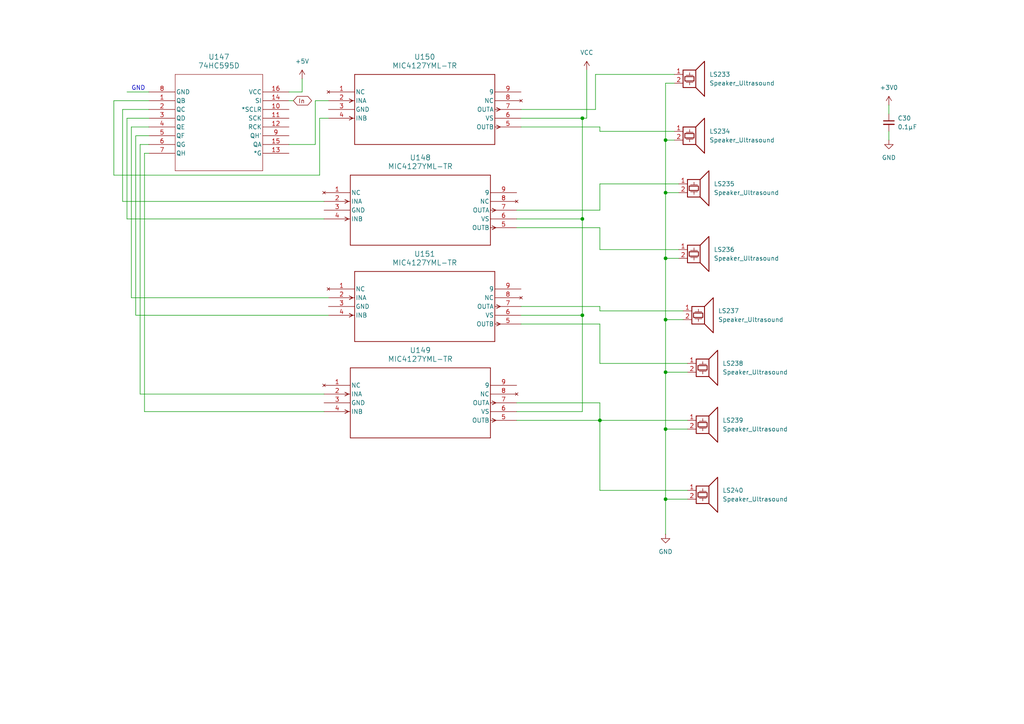
<source format=kicad_sch>
(kicad_sch (version 20250114) (generator "eeschema") (generator_version "9.0")
  (paper "A4")
  (lib_symbols
    (symbol "2025-12-28_09-02-17:MIC4127YML-TR" (pin_names (offset 0.254))
      (property "Reference" "U" (at 27.94 10.16 0))
      (property "Value" "MIC4127YML-TR" (at 27.94 7.62 0))
      (symbol "MIC4127YML-TR_0_1"
        (polyline (pts (xy 7.0993 -2.54) (xy 6.0579 -2.0193)) (stroke (width 0.2032)))
        (polyline (pts (xy 7.0993 -2.54) (xy 6.0579 -3.0607)) (stroke (width 0.2032)))
        (polyline (pts (xy 7.0993 -7.62) (xy 6.0579 -7.0993)) (stroke (width 0.2032)))
        (polyline (pts (xy 7.0993 -7.62) (xy 6.0579 -8.1407)) (stroke (width 0.2032)))
        (polyline (pts (xy 7.62 5.08) (xy 7.62 -15.24)) (stroke (width 0.2032)))
        (polyline (pts (xy 7.62 -15.24) (xy 48.26 -15.24)) (stroke (width 0.2032)))
        (polyline (pts (xy 48.26 5.08) (xy 7.62 5.08)) (stroke (width 0.2032)))
        (polyline (pts (xy 48.26 -15.24) (xy 48.26 5.08)) (stroke (width 0.2032)))
        (polyline (pts (xy 48.7807 -4.5593) (xy 49.8221 -5.08)) (stroke (width 0.2032)))
        (polyline (pts (xy 48.7807 -5.6007) (xy 49.8221 -5.08)) (stroke (width 0.2032)))
        (polyline (pts (xy 48.7807 -9.6393) (xy 49.8221 -10.16)) (stroke (width 0.2032)))
        (polyline (pts (xy 48.7807 -10.6807) (xy 49.8221 -10.16)) (stroke (width 0.2032)))
        (pin no_connect line (at 0 0 0) (length 7.62) (name "NC") (number "1"))
        (pin input line (at 0 -2.54 0) (length 7.62) (name "INA") (number "2"))
        (pin power_in line (at 0 -5.08 0) (length 7.62) (name "GND") (number "3"))
        (pin input line (at 0 -7.62 0) (length 7.62) (name "INB") (number "4"))
        (pin unspecified line (at 55.88 0 180) (length 7.62) (name "9") (number "9"))
        (pin no_connect line (at 55.88 -2.54 180) (length 7.62) (name "NC") (number "8"))
        (pin output line (at 55.88 -5.08 180) (length 7.62) (name "OUTA") (number "7"))
        (pin power_in line (at 55.88 -7.62 180) (length 7.62) (name "VS") (number "6"))
        (pin output line (at 55.88 -10.16 180) (length 7.62) (name "OUTB") (number "5"))
      )
    )
    (symbol "2025-12-28_09-22-42:74HC595D" (pin_names (offset 0.254))
      (property "Reference" "U" (at 20.32 10.16 0))
      (property "Value" "74HC595D" (at 20.32 7.62 0))
      (symbol "74HC595D_0_1"
        (polyline (pts (xy 7.62 5.08) (xy 7.62 -22.86)) (stroke (width 0.127)))
        (polyline (pts (xy 7.62 -22.86) (xy 33.02 -22.86)) (stroke (width 0.127)))
        (polyline (pts (xy 33.02 5.08) (xy 7.62 5.08)) (stroke (width 0.127)))
        (polyline (pts (xy 33.02 -22.86) (xy 33.02 5.08)) (stroke (width 0.127)))
        (pin power_out line (at 0 0 0) (length 7.62) (name "GND") (number "8"))
        (pin output line (at 0 -2.54 0) (length 7.62) (name "QB") (number "1"))
        (pin output line (at 0 -5.08 0) (length 7.62) (name "QC") (number "2"))
        (pin output line (at 0 -7.62 0) (length 7.62) (name "QD") (number "3"))
        (pin output line (at 0 -10.16 0) (length 7.62) (name "QE") (number "4"))
        (pin output line (at 0 -12.7 0) (length 7.62) (name "QF") (number "5"))
        (pin output line (at 0 -15.24 0) (length 7.62) (name "QG") (number "6"))
        (pin output line (at 0 -17.78 0) (length 7.62) (name "QH") (number "7"))
        (pin power_in line (at 40.64 0 180) (length 7.62) (name "VCC") (number "16"))
        (pin input line (at 40.64 -2.54 180) (length 7.62) (name "SI") (number "14"))
        (pin input line (at 40.64 -5.08 180) (length 7.62) (name "*SCLR") (number "10"))
        (pin input line (at 40.64 -7.62 180) (length 7.62) (name "SCK") (number "11"))
        (pin input line (at 40.64 -10.16 180) (length 7.62) (name "RCK") (number "12"))
        (pin output line (at 40.64 -12.7 180) (length 7.62) (name "QH'") (number "9"))
        (pin output line (at 40.64 -15.24 180) (length 7.62) (name "QA") (number "15"))
        (pin input line (at 40.64 -17.78 180) (length 7.62) (name "*G") (number "13"))
      )
    )
    (symbol "Device:C_Small" (pin_numbers (hide yes)) (pin_names (offset 0.254) (hide yes))
      (property "Reference" "C" (at 0.254 1.778 0))
      (property "Value" "C_Small" (at 0.254 -2.032 0))
      (symbol "C_Small_0_1"
        (polyline (pts (xy -1.524 0.508) (xy 1.524 0.508)) (stroke (width 0.3048)))
        (polyline (pts (xy -1.524 -0.508) (xy 1.524 -0.508)) (stroke (width 0.3302)))
      )
      (symbol "C_Small_1_1"
        (pin passive line (at 0 2.54 270) (length 2.032) (name "~") (number "1"))
        (pin passive line (at 0 -2.54 90) (length 2.032) (name "~") (number "2"))
      )
    )
    (symbol "Device:Speaker_Ultrasound" (pin_names (offset 0) (hide yes))
      (property "Reference" "LS" (at 0.635 5.715 0))
      (property "Value" "Speaker_Ultrasound" (at 0.635 3.81 0))
      (symbol "Speaker_Ultrasound_0_0"
        (rectangle (start -2.54 1.27) (end 1.143 -3.81) (stroke (width 0.254)))
        (rectangle (start -2.032 -0.635) (end 0.635 -1.905) (stroke (width 0.254)))
        (polyline (pts (xy -1.651 -0.254) (xy 0.381 -0.254)))
        (polyline (pts (xy -1.651 -2.286) (xy 0.381 -2.286)))
        (polyline (pts (xy -0.635 -0.254) (xy -0.635 0.508)))
        (polyline (pts (xy -0.635 -2.286) (xy -0.635 -3.048)))
        (polyline (pts (xy 1.143 1.27) (xy 3.683 3.81) (xy 3.683 -6.35) (xy 1.143 -3.81)) (stroke (width 0.254)))
      )
      (symbol "Speaker_Ultrasound_1_1"
        (pin input line (at -5.08 0 0) (length 2.54) (name "1") (number "1"))
        (pin input line (at -5.08 -2.54 0) (length 2.54) (name "2") (number "2"))
      )
    )
    (symbol "power:+3V0" (power) (pin_numbers (hide yes)) (pin_names (offset 0) (hide yes))
      (property "Value" "+3V0" (at 0 3.556 0))
      (symbol "+3V0_0_1"
        (polyline (pts (xy -0.762 1.27) (xy 0 2.54)))
        (polyline (pts (xy 0 2.54) (xy 0.762 1.27)))
        (polyline (pts (xy 0 0) (xy 0 2.54)))
      )
      (symbol "+3V0_1_1"
        (pin power_in line (at 0 0 90) (length 0) (name "~") (number "1"))
      )
    )
    (symbol "power:+5V" (power) (pin_numbers (hide yes)) (pin_names (offset 0) (hide yes))
      (property "Value" "+5V" (at 0 3.556 0))
      (symbol "+5V_0_1"
        (polyline (pts (xy -0.762 1.27) (xy 0 2.54)))
        (polyline (pts (xy 0 2.54) (xy 0.762 1.27)))
        (polyline (pts (xy 0 0) (xy 0 2.54)))
      )
      (symbol "+5V_1_1"
        (pin power_in line (at 0 0 90) (length 0) (name "~") (number "1"))
      )
    )
    (symbol "power:GND" (power) (pin_numbers (hide yes)) (pin_names (offset 0) (hide yes))
      (property "Value" "GND" (at 0 -3.81 0))
      (symbol "GND_0_1"
        (polyline (pts (xy 0 0) (xy 0 -1.27) (xy 1.27 -1.27) (xy 0 -2.54) (xy -1.27 -1.27) (xy 0 -1.27)))
      )
      (symbol "GND_1_1"
        (pin power_in line (at 0 0 270) (length 0) (name "~") (number "1"))
      )
    )
    (symbol "power:VCC" (power) (pin_numbers (hide yes)) (pin_names (offset 0) (hide yes))
      (property "Value" "VCC" (at 0 3.556 0))
      (symbol "VCC_0_1"
        (polyline (pts (xy -0.762 1.27) (xy 0 2.54)))
        (polyline (pts (xy 0 2.54) (xy 0.762 1.27)))
        (polyline (pts (xy 0 0) (xy 0 2.54)))
      )
      (symbol "VCC_1_1"
        (pin power_in line (at 0 0 90) (length 0) (name "~") (number "1"))
      )
    )
  )
  (text "GND" (at 40.132 25.654 0) (effects (font (size 1.27 1.27))))
  (junction (at 173.99 121.92))
  (junction (at 193.04 40.64))
  (junction (at 193.04 107.95))
  (junction (at 193.04 74.93))
  (junction (at 168.91 63.5))
  (junction (at 193.04 144.78))
  (junction (at 168.91 91.44))
  (junction (at 193.04 124.46))
  (junction (at 168.91 34.29))
  (junction (at 193.04 92.71))
  (junction (at 193.04 55.88))
  (wire (pts (xy 149.86 116.84) (xy 173.99 116.84)))
  (wire (pts (xy 170.18 20.32) (xy 170.18 34.29)))
  (wire (pts (xy 193.04 107.95) (xy 193.04 124.46)))
  (wire (pts (xy 83.82 41.91) (xy 91.44 41.91)))
  (wire (pts (xy 193.04 144.78) (xy 193.04 154.94)))
  (wire (pts (xy 173.99 38.1) (xy 195.58 38.1)))
  (wire (pts (xy 91.44 29.21) (xy 95.25 29.21)))
  (wire (pts (xy 36.83 26.67) (xy 43.18 26.67)))
  (wire (pts (xy 151.13 36.83) (xy 173.99 36.83)))
  (wire (pts (xy 173.99 60.96) (xy 173.99 53.34)))
  (wire (pts (xy 151.13 93.98) (xy 173.99 93.98)))
  (wire (pts (xy 193.04 74.93) (xy 193.04 92.71)))
  (wire (pts (xy 33.02 29.21) (xy 33.02 50.8)))
  (wire (pts (xy 38.1 86.36) (xy 95.25 86.36)))
  (wire (pts (xy 173.99 90.17) (xy 198.12 90.17)))
  (wire (pts (xy 168.91 34.29) (xy 168.91 63.5)))
  (wire (pts (xy 199.39 144.78) (xy 193.04 144.78)))
  (wire (pts (xy 193.04 40.64) (xy 195.58 40.64)))
  (wire (pts (xy 92.71 50.8) (xy 92.71 34.29)))
  (wire (pts (xy 173.99 66.04) (xy 173.99 72.39)))
  (wire (pts (xy 39.37 91.44) (xy 95.25 91.44)))
  (wire (pts (xy 43.18 39.37) (xy 39.37 39.37)))
  (wire (pts (xy 151.13 88.9) (xy 173.99 88.9)))
  (wire (pts (xy 87.63 22.86) (xy 87.63 26.67)))
  (wire (pts (xy 83.82 29.21) (xy 85.09 29.21)))
  (wire (pts (xy 149.86 60.96) (xy 173.99 60.96)))
  (wire (pts (xy 257.81 30.48) (xy 257.81 33.02)))
  (wire (pts (xy 40.64 114.3) (xy 93.98 114.3)))
  (wire (pts (xy 172.72 31.75) (xy 172.72 21.59)))
  (wire (pts (xy 83.82 26.67) (xy 87.63 26.67)))
  (wire (pts (xy 41.91 119.38) (xy 93.98 119.38)))
  (wire (pts (xy 193.04 24.13) (xy 193.04 40.64)))
  (wire (pts (xy 43.18 29.21) (xy 33.02 29.21)))
  (wire (pts (xy 193.04 92.71) (xy 193.04 107.95)))
  (wire (pts (xy 36.83 34.29) (xy 36.83 63.5)))
  (wire (pts (xy 173.99 121.92) (xy 173.99 142.24)))
  (wire (pts (xy 173.99 116.84) (xy 173.99 121.92)))
  (wire (pts (xy 173.99 105.41) (xy 199.39 105.41)))
  (wire (pts (xy 149.86 119.38) (xy 168.91 119.38)))
  (wire (pts (xy 92.71 34.29) (xy 95.25 34.29)))
  (wire (pts (xy 193.04 74.93) (xy 196.85 74.93)))
  (wire (pts (xy 168.91 63.5) (xy 168.91 91.44)))
  (wire (pts (xy 173.99 93.98) (xy 173.99 105.41)))
  (wire (pts (xy 173.99 72.39) (xy 196.85 72.39)))
  (wire (pts (xy 41.91 44.45) (xy 41.91 119.38)))
  (wire (pts (xy 151.13 31.75) (xy 172.72 31.75)))
  (wire (pts (xy 149.86 63.5) (xy 168.91 63.5)))
  (wire (pts (xy 193.04 55.88) (xy 193.04 74.93)))
  (wire (pts (xy 38.1 36.83) (xy 38.1 86.36)))
  (wire (pts (xy 43.18 41.91) (xy 40.64 41.91)))
  (wire (pts (xy 43.18 36.83) (xy 38.1 36.83)))
  (wire (pts (xy 39.37 39.37) (xy 39.37 91.44)))
  (wire (pts (xy 172.72 21.59) (xy 195.58 21.59)))
  (wire (pts (xy 151.13 91.44) (xy 168.91 91.44)))
  (wire (pts (xy 257.81 38.1) (xy 257.81 40.64)))
  (wire (pts (xy 36.83 63.5) (xy 93.98 63.5)))
  (wire (pts (xy 168.91 34.29) (xy 170.18 34.29)))
  (wire (pts (xy 193.04 92.71) (xy 198.12 92.71)))
  (wire (pts (xy 173.99 53.34) (xy 196.85 53.34)))
  (wire (pts (xy 193.04 124.46) (xy 199.39 124.46)))
  (wire (pts (xy 173.99 142.24) (xy 199.39 142.24)))
  (wire (pts (xy 149.86 121.92) (xy 173.99 121.92)))
  (wire (pts (xy 43.18 34.29) (xy 36.83 34.29)))
  (wire (pts (xy 193.04 107.95) (xy 199.39 107.95)))
  (wire (pts (xy 43.18 44.45) (xy 41.91 44.45)))
  (wire (pts (xy 35.56 31.75) (xy 35.56 58.42)))
  (wire (pts (xy 151.13 34.29) (xy 168.91 34.29)))
  (wire (pts (xy 91.44 41.91) (xy 91.44 29.21)))
  (wire (pts (xy 193.04 40.64) (xy 193.04 55.88)))
  (wire (pts (xy 195.58 24.13) (xy 193.04 24.13)))
  (wire (pts (xy 193.04 55.88) (xy 196.85 55.88)))
  (wire (pts (xy 173.99 88.9) (xy 173.99 90.17)))
  (wire (pts (xy 173.99 121.92) (xy 199.39 121.92)))
  (wire (pts (xy 149.86 66.04) (xy 173.99 66.04)))
  (wire (pts (xy 35.56 58.42) (xy 93.98 58.42)))
  (wire (pts (xy 173.99 36.83) (xy 173.99 38.1)))
  (wire (pts (xy 33.02 50.8) (xy 92.71 50.8)))
  (wire (pts (xy 43.18 31.75) (xy 35.56 31.75)))
  (wire (pts (xy 193.04 124.46) (xy 193.04 144.78)))
  (wire (pts (xy 40.64 41.91) (xy 40.64 114.3)))
  (wire (pts (xy 168.91 91.44) (xy 168.91 119.38)))
  (global_label "In" (shape bidirectional) (at 85.09 29.21 0) (property "Intersheetrefs" "${INTERSHEET_REFS}" (effects (hide yes))))
  (symbol (lib_id "Device:Speaker_Ultrasound") (at 204.47 121.92 0) (unit 1)
    (property "Reference" "LS239" (at 209.55 121.9199 0) (effects (justify left)))
    (property "Value" "Speaker_Ultrasound" (at 209.55 124.4599 0) (effects (justify left)))
    (property "Description" "Ultrasonic transducer" (effects (hide yes)))
  )
  (symbol (lib_id "Device:Speaker_Ultrasound") (at 201.93 53.34 0) (unit 1)
    (property "Reference" "LS235" (at 207.01 53.3399 0) (effects (justify left)))
    (property "Value" "Speaker_Ultrasound" (at 207.01 55.8799 0) (effects (justify left)))
    (property "Description" "Ultrasonic transducer" (effects (hide yes)))
  )
  (symbol (lib_id "Device:Speaker_Ultrasound") (at 204.47 142.24 0) (unit 1)
    (property "Reference" "LS240" (at 209.55 142.2399 0) (effects (justify left)))
    (property "Value" "Speaker_Ultrasound" (at 209.55 144.7799 0) (effects (justify left)))
    (property "Description" "Ultrasonic transducer" (effects (hide yes)))
  )
  (symbol (lib_id "Device:Speaker_Ultrasound") (at 200.66 21.59 0) (unit 1)
    (property "Reference" "LS233" (at 205.74 21.5899 0) (effects (justify left)))
    (property "Value" "Speaker_Ultrasound" (at 205.74 24.1299 0) (effects (justify left)))
    (property "Description" "Ultrasonic transducer" (effects (hide yes)))
  )
  (symbol (lib_id "2025-12-28_09-02-17:MIC4127YML-TR") (at 93.98 111.76 0) (unit 1)
    (property "Reference" "U149" (at 121.92 101.6 0) (effects (font (size 1.524 1.524))))
    (property "Value" "MIC4127YML-TR" (at 121.92 104.14 0) (effects (font (size 1.524 1.524))))
    (property "Footprint" "MLF-8_ML_MCH" (effects (hide yes)))
    (property "Datasheet" "MIC4127YML-TR" (effects (hide yes)))
  )
  (symbol (lib_id "Device:Speaker_Ultrasound") (at 204.47 105.41 0) (unit 1)
    (property "Reference" "LS238" (at 209.55 105.4099 0) (effects (justify left)))
    (property "Value" "Speaker_Ultrasound" (at 209.55 107.9499 0) (effects (justify left)))
    (property "Description" "Ultrasonic transducer" (effects (hide yes)))
  )
  (symbol (lib_id "2025-12-28_09-22-42:74HC595D") (at 43.18 26.67 0) (unit 1)
    (property "Reference" "U147" (at 63.5 16.51 0) (effects (font (size 1.524 1.524))))
    (property "Value" "74HC595D" (at 63.5 19.05 0) (effects (font (size 1.524 1.524))))
    (property "Footprint" "SOIC16_TOS" (effects (hide yes)))
    (property "Datasheet" "https://toshiba.semicon-storage.com/info/docget.jsp?did=36768&prodName=74HC595D" (effects (hide yes)))
  )
  (symbol (lib_id "power:+3V0") (at 257.81 30.48 0) (unit 1)
    (property "Reference" "#PWR0149" (effects (hide yes)))
    (property "Value" "+3V0" (at 257.81 25.4 0))
    (property "Description" "Power symbol creates a global label with name \"+3V0\"" (effects (hide yes)))
  )
  (symbol (lib_id "Device:Speaker_Ultrasound") (at 203.2 90.17 0) (unit 1)
    (property "Reference" "LS237" (at 208.28 90.1699 0) (effects (justify left)))
    (property "Value" "Speaker_Ultrasound" (at 208.28 92.7099 0) (effects (justify left)))
    (property "Description" "Ultrasonic transducer" (effects (hide yes)))
  )
  (symbol (lib_id "2025-12-28_09-02-17:MIC4127YML-TR") (at 93.98 55.88 0) (unit 1)
    (property "Reference" "U148" (at 121.92 45.72 0) (effects (font (size 1.524 1.524))))
    (property "Value" "MIC4127YML-TR" (at 121.92 48.26 0) (effects (font (size 1.524 1.524))))
    (property "Footprint" "MLF-8_ML_MCH" (effects (hide yes)))
    (property "Datasheet" "MIC4127YML-TR" (effects (hide yes)))
  )
  (symbol (lib_id "power:VCC") (at 170.18 20.32 0) (unit 1)
    (property "Reference" "#PWR0147" (effects (hide yes)))
    (property "Value" "VCC" (at 170.18 15.24 0))
    (property "Description" "Power symbol creates a global label with name \"VCC\"" (effects (hide yes)))
  )
  (symbol (lib_id "power:GND") (at 193.04 154.94 0) (unit 1)
    (property "Reference" "#PWR0148" (effects (hide yes)))
    (property "Value" "GND" (at 193.04 160.02 0))
    (property "Description" "Power symbol creates a global label with name \"GND\" , ground" (effects (hide yes)))
  )
  (symbol (lib_id "power:+5V") (at 87.63 22.86 0) (unit 1)
    (property "Reference" "#PWR0146" (effects (hide yes)))
    (property "Value" "+5V" (at 87.63 17.78 0))
    (property "Description" "Power symbol creates a global label with name \"+5V\"" (effects (hide yes)))
  )
  (symbol (lib_id "2025-12-28_09-02-17:MIC4127YML-TR") (at 95.25 83.82 0) (unit 1)
    (property "Reference" "U151" (at 123.19 73.66 0) (effects (font (size 1.524 1.524))))
    (property "Value" "MIC4127YML-TR" (at 123.19 76.2 0) (effects (font (size 1.524 1.524))))
    (property "Footprint" "MLF-8_ML_MCH" (effects (hide yes)))
    (property "Datasheet" "MIC4127YML-TR" (effects (hide yes)))
  )
  (symbol (lib_id "power:GND") (at 257.81 40.64 0) (unit 1)
    (property "Reference" "#PWR0150" (effects (hide yes)))
    (property "Value" "GND" (at 257.81 45.72 0))
    (property "Description" "Power symbol creates a global label with name \"GND\" , ground" (effects (hide yes)))
  )
  (symbol (lib_id "Device:Speaker_Ultrasound") (at 201.93 72.39 0) (unit 1)
    (property "Reference" "LS236" (at 207.01 72.3899 0) (effects (justify left)))
    (property "Value" "Speaker_Ultrasound" (at 207.01 74.9299 0) (effects (justify left)))
    (property "Description" "Ultrasonic transducer" (effects (hide yes)))
  )
  (symbol (lib_id "Device:C_Small") (at 257.81 35.56 0) (unit 1)
    (property "Reference" "C30" (at 260.35 34.2962 0) (effects (justify left)))
    (property "Value" "0.1μF" (at 260.35 36.8362 0) (effects (justify left)))
    (property "Description" "Unpolarized capacitor, small symbol" (effects (hide yes)))
  )
  (symbol (lib_id "Device:Speaker_Ultrasound") (at 200.66 38.1 0) (unit 1)
    (property "Reference" "LS234" (at 205.74 38.0999 0) (effects (justify left)))
    (property "Value" "Speaker_Ultrasound" (at 205.74 40.6399 0) (effects (justify left)))
    (property "Description" "Ultrasonic transducer" (effects (hide yes)))
  )
  (symbol (lib_id "2025-12-28_09-02-17:MIC4127YML-TR") (at 95.25 26.67 0) (unit 1)
    (property "Reference" "U150" (at 123.19 16.51 0) (effects (font (size 1.524 1.524))))
    (property "Value" "MIC4127YML-TR" (at 123.19 19.05 0) (effects (font (size 1.524 1.524))))
    (property "Footprint" "MLF-8_ML_MCH" (effects (hide yes)))
    (property "Datasheet" "MIC4127YML-TR" (effects (hide yes)))
  )
)
</source>
